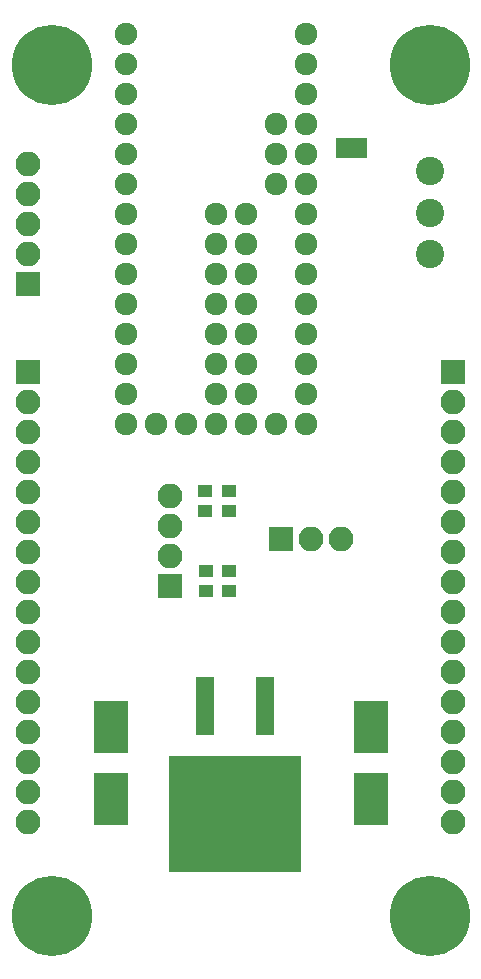
<source format=gbr>
G04 #@! TF.FileFunction,Soldermask,Top*
%FSLAX46Y46*%
G04 Gerber Fmt 4.6, Leading zero omitted, Abs format (unit mm)*
G04 Created by KiCad (PCBNEW 4.0.6) date 10/21/18 17:35:00*
%MOMM*%
%LPD*%
G01*
G04 APERTURE LIST*
%ADD10C,0.100000*%
%ADD11C,6.800000*%
%ADD12R,2.900000X4.400000*%
%ADD13R,1.200000X1.000000*%
%ADD14C,2.400000*%
%ADD15R,2.100000X2.100000*%
%ADD16O,2.100000X2.100000*%
%ADD17R,1.370000X1.670000*%
%ADD18R,1.500000X5.000000*%
%ADD19R,11.200000X9.800000*%
%ADD20C,1.900000*%
%ADD21C,1.924000*%
G04 APERTURE END LIST*
D10*
D11*
X116000000Y-96000000D03*
X84000000Y-96000000D03*
X116000000Y-24000000D03*
D12*
X89000000Y-80000000D03*
X89000000Y-86100000D03*
X111000000Y-80000000D03*
X111000000Y-86100000D03*
D13*
X97050000Y-66850000D03*
X97050000Y-68550000D03*
X99000000Y-66850000D03*
X99000000Y-68550000D03*
D14*
X116000000Y-40000000D03*
X116000000Y-36500000D03*
X116000000Y-33000000D03*
D15*
X82000000Y-42540000D03*
D16*
X82000000Y-40000000D03*
X82000000Y-37460000D03*
X82000000Y-34920000D03*
X82000000Y-32380000D03*
D15*
X94050000Y-68090000D03*
D16*
X94050000Y-65550000D03*
X94050000Y-63010000D03*
X94050000Y-60470000D03*
D15*
X118000000Y-50000000D03*
D16*
X118000000Y-52540000D03*
X118000000Y-55080000D03*
X118000000Y-57620000D03*
X118000000Y-60160000D03*
X118000000Y-62700000D03*
X118000000Y-65240000D03*
X118000000Y-67780000D03*
X118000000Y-70320000D03*
X118000000Y-72860000D03*
X118000000Y-75400000D03*
X118000000Y-77940000D03*
X118000000Y-80480000D03*
X118000000Y-83020000D03*
X118000000Y-85560000D03*
X118000000Y-88100000D03*
D15*
X82000000Y-50000000D03*
D16*
X82000000Y-52540000D03*
X82000000Y-55080000D03*
X82000000Y-57620000D03*
X82000000Y-60160000D03*
X82000000Y-62700000D03*
X82000000Y-65240000D03*
X82000000Y-67780000D03*
X82000000Y-70320000D03*
X82000000Y-72860000D03*
X82000000Y-75400000D03*
X82000000Y-77940000D03*
X82000000Y-80480000D03*
X82000000Y-83020000D03*
X82000000Y-85560000D03*
X82000000Y-88100000D03*
D17*
X108720000Y-31000000D03*
X110000000Y-31000000D03*
D18*
X102080000Y-78275000D03*
X97000000Y-78275000D03*
D19*
X99540000Y-87425000D03*
D20*
X90300000Y-21380000D03*
X90300000Y-23920000D03*
X90300000Y-26460000D03*
X90300000Y-29000000D03*
X90300000Y-31540000D03*
X90300000Y-34080000D03*
D21*
X90300000Y-36620000D03*
X97920000Y-36620000D03*
X90300000Y-39160000D03*
X97920000Y-39160000D03*
X90300000Y-41700000D03*
X97920000Y-41700000D03*
X90300000Y-44240000D03*
X97920000Y-44240000D03*
X90300000Y-46780000D03*
X97920000Y-46780000D03*
X90300000Y-49320000D03*
X97920000Y-49320000D03*
X90300000Y-51860000D03*
X97920000Y-51860000D03*
X90300000Y-54400000D03*
X92840000Y-54400000D03*
X95380000Y-54400000D03*
X97920000Y-54400000D03*
X100460000Y-54400000D03*
X103000000Y-54400000D03*
X105540000Y-54400000D03*
X100460000Y-51860000D03*
X105540000Y-51860000D03*
X100460000Y-49320000D03*
X105540000Y-49320000D03*
X100460000Y-46780000D03*
X105540000Y-46780000D03*
X100460000Y-44240000D03*
X105540000Y-44240000D03*
X100460000Y-41700000D03*
X105540000Y-41700000D03*
X100460000Y-39160000D03*
X105540000Y-39160000D03*
X100460000Y-36620000D03*
X105540000Y-36620000D03*
X103000000Y-34080000D03*
X105540000Y-34080000D03*
X103000000Y-31540000D03*
X105540000Y-31540000D03*
X103000000Y-29000000D03*
X105540000Y-29000000D03*
X105540000Y-26460000D03*
X105540000Y-23920000D03*
X105540000Y-21380000D03*
D11*
X84000000Y-24000000D03*
D15*
X103460000Y-64100000D03*
D16*
X106000000Y-64100000D03*
X108540000Y-64100000D03*
D13*
X97000000Y-60050000D03*
X97000000Y-61750000D03*
X99000000Y-60050000D03*
X99000000Y-61750000D03*
M02*

</source>
